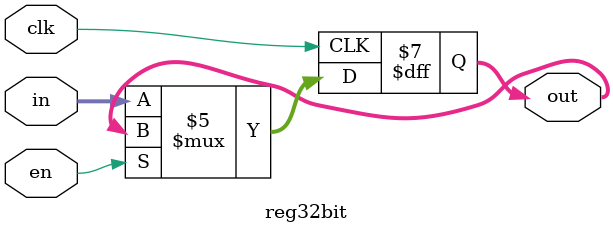
<source format=v>
module reg32bit(in, clk, en, out);
	input[31:0] in;
	input clk, en;
	output reg[31:0] out=32'b0;
	always@(posedge clk)
	begin
		if(~en)
			out <= in;
		else
			out <= out;
	end
endmodule

</source>
